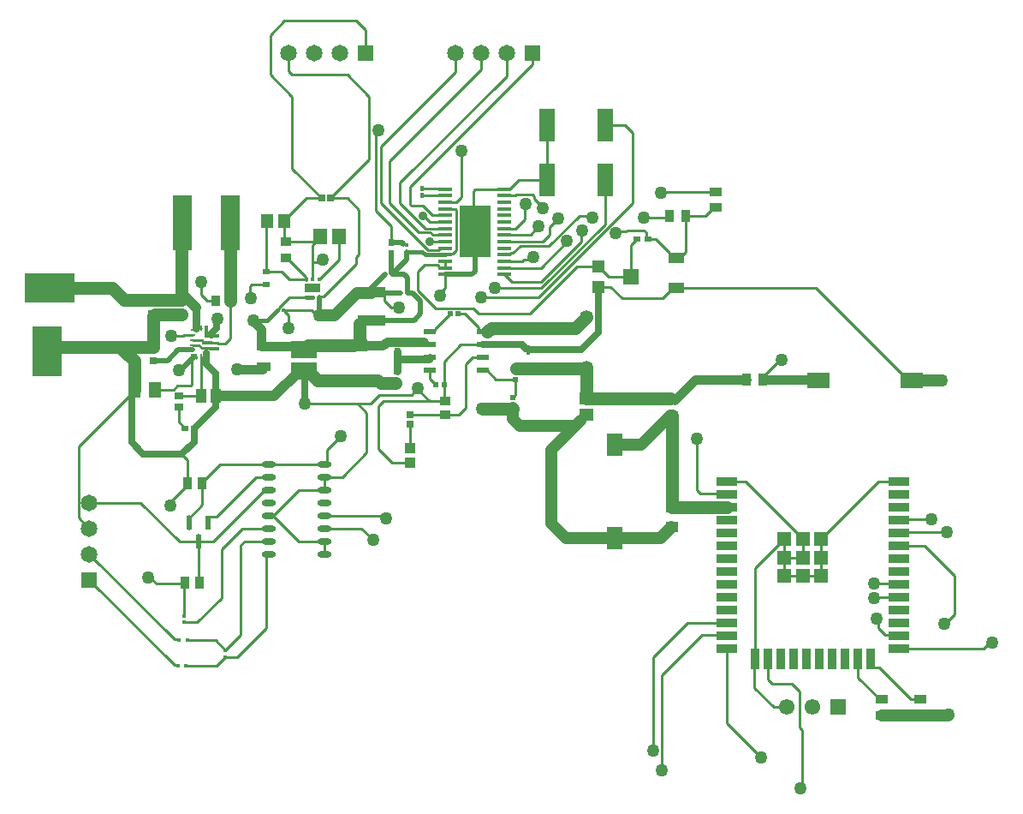
<source format=gbr>
G04*
G04 #@! TF.GenerationSoftware,Altium Limited,Altium Designer,24.9.1 (31)*
G04*
G04 Layer_Physical_Order=1*
G04 Layer_Color=255*
%FSLAX44Y44*%
%MOMM*%
G71*
G04*
G04 #@! TF.SameCoordinates,0288D2A1-9ADD-411E-8E8B-FA1067C2B916*
G04*
G04*
G04 #@! TF.FilePolarity,Positive*
G04*
G01*
G75*
%ADD15C,0.2540*%
%ADD16R,1.3300X1.3300*%
%ADD17R,0.9000X2.0000*%
%ADD18R,2.0000X0.9000*%
%ADD19R,0.4627X0.5564*%
%ADD20R,1.4750X0.4500*%
%ADD21R,3.1000X5.1800*%
G04:AMPARAMS|DCode=22|XSize=0.55mm|YSize=1.25mm|CornerRadius=0.0495mm|HoleSize=0mm|Usage=FLASHONLY|Rotation=90.000|XOffset=0mm|YOffset=0mm|HoleType=Round|Shape=RoundedRectangle|*
%AMROUNDEDRECTD22*
21,1,0.5500,1.1510,0,0,90.0*
21,1,0.4510,1.2500,0,0,90.0*
1,1,0.0990,0.5755,0.2255*
1,1,0.0990,0.5755,-0.2255*
1,1,0.0990,-0.5755,-0.2255*
1,1,0.0990,-0.5755,0.2255*
%
%ADD22ROUNDEDRECTD22*%
%ADD23R,0.6000X0.6000*%
%ADD24R,1.9200X5.5000*%
%ADD25R,0.4000X0.8000*%
%ADD26R,0.4500X0.4500*%
%ADD27R,0.4200X0.4600*%
%ADD28R,1.2621X0.8581*%
%ADD29R,1.6000X1.0000*%
%ADD30R,1.6500X3.2500*%
%ADD31R,0.4600X0.4200*%
%ADD32R,1.2500X1.0000*%
%ADD33R,0.6000X0.7000*%
%ADD34R,0.8581X1.2621*%
%ADD35R,2.1800X1.6000*%
%ADD36R,2.2000X1.6000*%
%ADD37R,0.8000X0.6000*%
%ADD38R,1.2500X1.4000*%
%ADD39R,1.0000X0.9000*%
%ADD40R,1.4549X1.5562*%
%ADD41R,1.6000X0.9600*%
%ADD42R,0.4000X0.4000*%
%ADD43R,0.6800X0.6800*%
%ADD44R,0.9578X1.2621*%
G04:AMPARAMS|DCode=45|XSize=1.4741mm|YSize=0.5849mm|CornerRadius=0.2925mm|HoleSize=0mm|Usage=FLASHONLY|Rotation=270.000|XOffset=0mm|YOffset=0mm|HoleType=Round|Shape=RoundedRectangle|*
%AMROUNDEDRECTD45*
21,1,1.4741,0.0000,0,0,270.0*
21,1,0.8892,0.5849,0,0,270.0*
1,1,0.5849,0.0000,-0.4446*
1,1,0.5849,0.0000,0.4446*
1,1,0.5849,0.0000,0.4446*
1,1,0.5849,0.0000,-0.4446*
%
%ADD45ROUNDEDRECTD45*%
%ADD46R,0.5849X1.4741*%
%ADD47R,0.7000X0.6500*%
%ADD48R,1.2065X1.5082*%
%ADD49R,0.8500X0.7000*%
%ADD50R,0.6600X0.6200*%
%ADD51R,0.2500X0.5750*%
%ADD52R,0.2500X0.5500*%
%ADD53R,0.4000X1.2500*%
%ADD54R,1.0000X0.4000*%
%ADD55R,0.5500X0.2500*%
%ADD56R,0.4500X0.2250*%
%ADD57R,1.0500X0.4000*%
%ADD58R,1.0546X1.3562*%
%ADD59R,1.4500X0.9500*%
%ADD60O,1.4000X0.6000*%
%ADD61R,0.6725X0.7154*%
%ADD62R,1.0000X1.0500*%
%ADD63R,1.0200X0.8400*%
%ADD64R,1.6000X2.2000*%
%ADD65R,1.6000X2.1800*%
%ADD66R,1.4000X1.2500*%
%ADD67R,2.6062X1.7029*%
%ADD68R,2.8062X1.1542*%
%ADD69R,0.5725X0.5682*%
%ADD70R,0.5600X0.5200*%
%ADD71R,1.0121X1.2084*%
%ADD72R,1.0500X0.9500*%
%ADD73R,0.8100X0.9900*%
%ADD74R,0.4000X0.3200*%
%ADD75R,1.2000X1.2000*%
%ADD76R,1.5000X1.6000*%
%ADD77R,2.7200X1.0200*%
%ADD78R,0.7000X0.6000*%
%ADD125C,1.5500*%
%ADD126R,1.5500X1.5500*%
%ADD131C,0.5080*%
%ADD132C,0.3810*%
%ADD133C,1.0160*%
%ADD134C,0.6350*%
%ADD135C,1.2700*%
%ADD136C,1.1430*%
%ADD137C,0.5842*%
%ADD138C,0.4826*%
%ADD139C,0.8890*%
%ADD140C,0.7620*%
%ADD141C,0.7874*%
%ADD142C,1.6500*%
%ADD143R,1.6500X1.6500*%
%ADD144R,3.0000X5.0000*%
%ADD145R,5.0000X3.0000*%
%ADD146C,1.3500*%
%ADD147R,1.6500X1.6500*%
%ADD148C,1.2700*%
%ADD149C,0.8890*%
D15*
X881380Y1036042D02*
X881726Y1035696D01*
X881380Y1028978D02*
X881444Y1028914D01*
X869950Y1020028D02*
Y1037590D01*
X849630Y1021080D02*
Y1062990D01*
X859790Y1021080D02*
Y1041400D01*
X799196Y965326D02*
Y988060D01*
X780684Y987553D02*
Y988060D01*
X791210Y1026160D02*
X807720D01*
X791210D02*
X829310Y1064260D01*
X807720Y1026160D02*
X819150Y1014730D01*
X816610Y967740D02*
X819150Y970280D01*
Y1014730D01*
X865310Y980848D02*
X866140Y980018D01*
Y979930D02*
Y980018D01*
X849630Y1021080D02*
X878170Y992540D01*
X859790Y1021080D02*
X884520Y996350D01*
X840740Y1021080D02*
X887025Y974795D01*
X835660Y1013460D02*
X850900Y998220D01*
X869950Y1020028D02*
X871438Y1018540D01*
X882650Y1008380D02*
X883264D01*
X888794Y1002850D01*
X871438Y1018540D02*
X882368D01*
X891559Y1009350D01*
X850900Y971130D02*
X851280Y970750D01*
X862858Y980848D02*
X865310D01*
X850900Y982130D02*
Y998220D01*
X878170Y992540D02*
X889318D01*
X892009Y989850D01*
X887730Y984250D02*
X888630Y983350D01*
X895060Y842010D02*
X895260D01*
X877570Y836930D02*
X888650Y825850D01*
X871220Y831850D02*
X877570Y838200D01*
X889420Y847650D02*
X895060Y842010D01*
X889420Y847650D02*
Y855980D01*
X727130Y672772D02*
X728728Y674370D01*
X729860D01*
X784860D02*
Y687070D01*
X759260D02*
X784860D01*
X821690Y699770D02*
X833120Y688340D01*
X733860Y712470D02*
X759260Y687070D01*
X784860Y699770D02*
X821690D01*
X845820Y709930D02*
X848360Y707390D01*
X843280Y712470D02*
X845820Y709930D01*
X729860Y712470D02*
X733860D01*
X784860D02*
X843280D01*
X733860D02*
X759260Y737870D01*
X725860D02*
X729860D01*
X759260D02*
X784860D01*
Y750570D01*
X802640D01*
X787590Y764868D02*
Y777430D01*
X801370Y791210D01*
X662270Y831250D02*
X662640Y831620D01*
Y869520D01*
X760024Y855634D02*
X764540D01*
X766555D01*
X843630Y825850D02*
X888650D01*
X869950Y779660D02*
Y802935D01*
X826770Y774700D02*
Y814070D01*
X838200Y778510D02*
Y820420D01*
X869950Y812506D02*
X904184D01*
X817880Y822960D02*
X826770Y814070D01*
X838200Y820420D02*
X843630Y825850D01*
X830580Y822960D02*
X839470Y831850D01*
X817880Y822960D02*
X830580D01*
X839470Y831850D02*
X871220D01*
X852050Y764660D02*
X869950D01*
X802640Y750570D02*
X826770Y774700D01*
X838200Y778510D02*
X852050Y764660D01*
X855980Y854880D02*
X856615Y855515D01*
X854880Y843280D02*
X855980Y844380D01*
X664210Y744220D02*
Y745742D01*
X681738Y763270D01*
X729860D02*
X784860D01*
X681738D02*
X729860D01*
X784860D02*
X785992D01*
X787590Y764868D01*
X765810Y822960D02*
X817880D01*
X664210Y723068D02*
Y744220D01*
X904240Y970350D02*
X905220Y971330D01*
X898135Y958330D02*
X899115Y957350D01*
X904240D02*
Y963850D01*
X896647Y960120D02*
X898135Y958632D01*
Y958330D02*
Y958632D01*
X899115Y957350D02*
X904240D01*
Y937469D02*
Y950850D01*
X899160Y932389D02*
X904240Y937469D01*
X904184Y812506D02*
X904240Y812450D01*
X917860D01*
X924560Y819150D01*
X941070Y817880D02*
X941620Y818430D01*
X971000D02*
X971550Y818980D01*
X1038210Y806440D02*
Y807190D01*
X888650Y825850D02*
X904240D01*
X903060Y827030D02*
X904240Y825850D01*
X903060Y827030D02*
Y842010D01*
X924560Y819150D02*
Y862112D01*
X931128Y868680D02*
X941920D01*
X954480Y846920D02*
X974090D01*
X945420Y855980D02*
X954480Y846920D01*
X903060Y842010D02*
Y864960D01*
X941920Y855980D02*
X945420D01*
X924560Y862112D02*
X931128Y868680D01*
X974090Y857420D02*
X974840Y858170D01*
X1043190D02*
X1043940Y858920D01*
X904176Y1028914D02*
X904240Y1028850D01*
X891559Y1009350D02*
X904240D01*
X888794Y1002850D02*
X904240D01*
X892009Y989850D02*
X904240D01*
Y1015850D02*
X914092D01*
X915580Y1014362D01*
X915670Y1022350D02*
X920750Y1027430D01*
X888630Y983350D02*
X904240D01*
Y1022350D02*
X915670D01*
X894400Y897230D02*
X909030Y911860D01*
X923640D02*
X936940Y898560D01*
X909030Y911860D02*
X909230D01*
X917030D02*
X923640D01*
X920942Y916940D02*
X932180D01*
X937260Y911860D01*
X905378Y917000D02*
X920882D01*
X905318Y916940D02*
X905378Y917000D01*
X920882D02*
X920942Y916940D01*
X895350D02*
X905318D01*
X899160Y929640D02*
Y932389D01*
X1024890Y982980D02*
Y984250D01*
X1007593Y997433D02*
X1016000Y1005840D01*
X1038860Y993140D02*
X1040130Y994410D01*
X1038860Y982980D02*
Y993140D01*
X1007110Y979170D02*
X1036994Y1009054D01*
X1048346D01*
X963000Y970350D02*
X968125D01*
X969835Y972060D01*
X971428D01*
X978538Y979170D01*
X982097Y965796D02*
X989926D01*
X991870Y967740D01*
X980151Y963850D02*
X982097Y965796D01*
X963000Y963850D02*
X980151D01*
X999260Y957350D02*
X1024890Y982980D01*
X999490Y943610D02*
X1038860Y982980D01*
X895468Y974795D02*
X895813Y975140D01*
X899115Y976850D02*
X904240D01*
X897405Y975140D02*
X899115Y976850D01*
X895813Y975140D02*
X897405D01*
X911937Y971330D02*
X915580Y974973D01*
X905220Y971330D02*
X911937D01*
X915580Y974973D02*
Y1014362D01*
X932180Y994540D02*
X933620Y993100D01*
Y961253D02*
X933668Y961205D01*
X963000Y996350D02*
X973959D01*
X978538Y979170D02*
X1007110D01*
X1007593Y989813D02*
Y997433D01*
X973959Y996350D02*
X982980Y1005371D01*
X1001130Y983350D02*
X1007593Y989813D01*
X963000Y983350D02*
X1001130D01*
X988580Y989850D02*
X996950Y998220D01*
X963000Y989850D02*
X988580D01*
X963000Y1028850D02*
X963150Y1028700D01*
X973576D01*
X982980Y1005371D02*
Y1019810D01*
X983551Y1020381D01*
X992684Y1025555D02*
Y1027886D01*
Y1025555D02*
X1000760Y1017479D01*
Y1016000D02*
Y1017479D01*
X963000Y950850D02*
X970240Y943610D01*
X988060Y911860D02*
X1035050Y958850D01*
X970240Y943610D02*
X999490D01*
X963000Y957350D02*
X999260D01*
X953770Y937260D02*
X999490D01*
X936940Y895560D02*
Y898560D01*
X937260Y911860D02*
X988060D01*
X939800Y928370D02*
X996950D01*
X731520Y1148080D02*
Y1187450D01*
Y1148080D02*
X753110Y1126490D01*
X731520Y1187450D02*
X745490Y1201420D01*
X816610D01*
X825500Y1192530D01*
Y1169670D02*
Y1192530D01*
X829310Y1064260D02*
Y1126490D01*
X749300Y1151890D02*
X753110Y1148080D01*
X807720D02*
X829310Y1126490D01*
X753110Y1148080D02*
X807720D01*
X749300Y1151890D02*
Y1169670D01*
X840740Y1021080D02*
Y1076960D01*
X835660Y1013460D02*
Y1097280D01*
X990600Y1158240D02*
Y1169670D01*
X965200Y1146810D02*
Y1169670D01*
X939800Y1153160D02*
Y1169670D01*
X914400Y1150620D02*
Y1169670D01*
X840740Y1076960D02*
X914400Y1150620D01*
X849630Y1062990D02*
X939800Y1153160D01*
X859790Y1041400D02*
X965200Y1146810D01*
X869950Y1037590D02*
X990600Y1158240D01*
X1088390Y948690D02*
Y980090D01*
X1103170Y987250D02*
X1104900Y985520D01*
X1093820D02*
X1094320D01*
X1088390Y980090D02*
X1093820Y985520D01*
X1105320D02*
X1112630D01*
X1101090Y1007110D02*
X1125070D01*
X1101090Y994410D02*
X1103170Y992330D01*
X1104900Y985520D02*
X1105320D01*
X1103170Y987250D02*
Y992330D01*
X1089660Y1021080D02*
Y1090930D01*
X1082040Y1098550D02*
X1089660Y1090930D01*
X1062280Y1098550D02*
X1082040D01*
X932180Y994540D02*
Y1033562D01*
X887025Y974795D02*
X895468D01*
X884520Y996350D02*
X904240D01*
X881726Y1035696D02*
X903894D01*
X881444Y1028914D02*
X904176D01*
X883920Y960120D02*
X896647D01*
X1084580Y994410D02*
X1101090D01*
X1083310Y993140D02*
X1084580Y994410D01*
X1073150Y991870D02*
X1074420Y993140D01*
X1083310D01*
X1062280Y1000050D02*
Y1043940D01*
X1048346Y1009054D02*
X1050290Y1007110D01*
X1129840Y937500D02*
X1132840D01*
X1126110Y971230D02*
Y972040D01*
X1129840Y967500D02*
X1132840D01*
X1112630Y985520D02*
X1126110Y972040D01*
Y971230D02*
X1129840Y967500D01*
X1141880Y973540D02*
Y1008380D01*
X1132840Y967500D02*
X1135840D01*
X1141880Y973540D01*
X1125070Y1007110D02*
X1126340Y1008380D01*
X1117675Y1031240D02*
X1119095Y1032660D01*
X920750Y1027430D02*
Y1073150D01*
X933668Y1035050D02*
X962701D01*
X932180Y1033562D02*
X933668Y1035050D01*
X1055890Y938690D02*
X1067910D01*
X1035050Y958850D02*
X1055730D01*
X1055890Y958690D02*
X1065890Y948690D01*
X1055730Y958850D02*
X1055890Y958690D01*
X1065890Y948690D02*
X1088390D01*
X999490Y937260D02*
X1062280Y1000050D01*
X962701Y1035050D02*
X963000Y1035350D01*
X1005280Y1043940D02*
Y1098550D01*
X968125Y1035350D02*
X976716Y1043940D01*
X1005280D01*
X963000Y1035350D02*
X968125D01*
X973576Y1028700D02*
X974719Y1029842D01*
X990728D01*
X992684Y1027886D01*
X657640Y868055D02*
Y869640D01*
X655538D02*
X657640D01*
X510540Y875030D02*
X514750Y879240D01*
X660798Y881270D02*
X664068Y878000D01*
X654640Y881270D02*
X660798D01*
X654640Y886270D02*
X663390D01*
X633730Y890270D02*
X645301D01*
X646302Y891270D01*
X654640D01*
X657640Y897900D02*
Y897940D01*
X723740Y857250D02*
X726440Y859950D01*
X678920Y883770D02*
X680040Y882650D01*
X687070D01*
X692150Y887730D02*
Y912264D01*
X687070Y882650D02*
X692150Y887730D01*
X657640Y897940D02*
X657660Y897960D01*
X662620D01*
X662640Y897980D01*
Y898020D01*
X615950Y909423D02*
X617487Y910960D01*
X669290Y924560D02*
X677630D01*
X662940Y930910D02*
X669290Y924560D01*
X662940Y930910D02*
Y943610D01*
X643890Y1002000D02*
X643920Y1002030D01*
X738980Y915670D02*
X739380D01*
X738580D02*
X738980D01*
X739380D02*
X739710Y916000D01*
Y918192D01*
X711200Y928370D02*
X712470Y927100D01*
X711200Y928370D02*
Y939432D01*
X712688Y940920D01*
X727710D01*
Y953920D02*
X742800D01*
X727710D02*
Y1002660D01*
X728350Y1003300D01*
X766415Y945545D02*
X766930Y946060D01*
X766840Y946150D02*
X766930Y946060D01*
X750570Y946150D02*
X766840D01*
X766200Y946790D02*
X766840Y946150D01*
X766200Y946790D02*
Y948420D01*
X742800Y953920D02*
X750570Y946150D01*
X773430Y946060D02*
Y963180D01*
X747260Y967360D02*
X766200Y948420D01*
X773430Y963180D02*
X781570D01*
X746760Y967360D02*
X747260D01*
X773430Y963180D02*
Y980300D01*
X746760Y983360D02*
X775984D01*
X773430Y980300D02*
X780684Y987553D01*
X744850Y985270D02*
X746760Y983360D01*
X775984D02*
X780684Y988060D01*
X744850Y985270D02*
Y1003300D01*
Y1004050D01*
X766960Y1026160D01*
X782010D01*
X753110Y1055060D02*
X782010Y1026160D01*
X753110Y1055060D02*
Y1126490D01*
X676910Y923840D02*
X677630Y924560D01*
X691430D02*
X692120Y925250D01*
X691430Y912984D02*
Y924560D01*
Y912984D02*
X692150Y912264D01*
X663390Y886270D02*
X665890Y883770D01*
X664068Y878000D02*
X669615D01*
X665890Y883770D02*
X668890D01*
X678920D01*
X669120Y890270D02*
X673830D01*
X675640D01*
X673100Y891000D02*
X673830Y890270D01*
X668390Y891000D02*
X669120Y890270D01*
X668390Y891000D02*
Y894520D01*
X1170190Y1017120D02*
X1172210D01*
X1067910Y938690D02*
X1079500Y927100D01*
X1119440D02*
X1129840Y937500D01*
X1079500Y927100D02*
X1119440D01*
X1132840Y937500D02*
X1270900D01*
X1161450Y1008380D02*
X1170190Y1017120D01*
X1141880Y1008380D02*
X1161450D01*
X1119095Y1032660D02*
X1172210D01*
X996950Y928370D02*
X1089660Y1021080D01*
X1272310Y847090D02*
X1273580Y845820D01*
X1218080Y847090D02*
Y849110D01*
X1235110Y866140D01*
X1218080Y849110D02*
X1219950D01*
X1235110Y866140D02*
X1236980D01*
X971550Y829480D02*
X974090Y832020D01*
Y846920D01*
X1239520Y652909D02*
Y671260D01*
X1257870Y652909D02*
X1276220D01*
X1239520D02*
X1257870D01*
X1276220D02*
Y671260D01*
X1239520D02*
X1257870D01*
Y689610D01*
X1239520Y671260D02*
Y689610D01*
X1276220Y671260D02*
Y689610D01*
X1153160Y737870D02*
Y788670D01*
Y737870D02*
X1156970Y734060D01*
X1182370D01*
X1182870Y733560D01*
X1332870Y746260D02*
X1352870D01*
X1270900Y937500D02*
X1362580Y845820D01*
X1201220Y746260D02*
X1257870Y689610D01*
X1182870Y746260D02*
X1201220D01*
X903894Y1035696D02*
X904240Y1035350D01*
X1127280Y828670D02*
X1129030Y826920D01*
X1131050D01*
X1339850Y594360D02*
X1352370D01*
X1332904Y601306D02*
Y608926D01*
X1330960Y610870D02*
X1332904Y608926D01*
Y601306D02*
X1339850Y594360D01*
X1158240D02*
X1182370D01*
X1143770Y606560D02*
X1182870D01*
X1182370Y594360D02*
X1182870Y593860D01*
X1109980Y572770D02*
X1143770Y606560D01*
X1276220Y689610D02*
X1332870Y746260D01*
X1210720Y660810D02*
X1239520Y689610D01*
X1210720Y571160D02*
Y660810D01*
X1323840Y631960D02*
X1352870D01*
X1323340Y645160D02*
X1328420D01*
X1333330Y562430D02*
X1364750Y531010D01*
X1312320Y552710D02*
Y571160D01*
X1364750Y531010D02*
X1374140D01*
X1312320Y552710D02*
X1334020Y531010D01*
X1336040D01*
X1127780Y701040D02*
X1129030D01*
Y721040D02*
X1129210Y720860D01*
X1038210Y807190D02*
X1043190Y812170D01*
X1127010Y811380D02*
X1129030D01*
X1043190Y812170D02*
X1043940D01*
X1182870Y507500D02*
X1216660Y473710D01*
X1401930Y515470D02*
X1402005Y515545D01*
X1254760Y502920D02*
X1257300Y500380D01*
X1254760Y502920D02*
Y538480D01*
X903060Y864960D02*
X919480Y881380D01*
X941920D01*
X936940Y895560D02*
X938420Y894080D01*
X941920D01*
X945420D01*
X1328250Y562430D02*
X1333330D01*
X1325020Y565660D02*
X1328250Y562430D01*
X1325020Y565660D02*
Y571160D01*
X1352370Y594360D02*
X1352870Y593860D01*
X1408430Y614680D02*
Y652780D01*
X1352370Y645160D02*
X1352870Y644660D01*
X1328420Y645160D02*
X1352370D01*
X1378450Y682760D02*
X1408430Y652780D01*
X1352870Y682760D02*
X1378450D01*
X1352870Y695460D02*
X1353370Y695960D01*
X1400810D01*
X1352870Y708160D02*
X1353370Y708660D01*
X1385570D01*
X1362580Y845820D02*
X1365480D01*
X1442511Y586740D02*
X1445260D01*
X1352870Y581160D02*
X1436930D01*
X1395730Y601980D02*
X1408430Y614680D01*
X1182870Y507500D02*
Y581160D01*
X1436930D02*
X1442511Y586740D01*
X1210310Y542290D02*
Y570750D01*
X1210720Y571160D01*
X1210310Y542290D02*
X1229360Y523240D01*
X1242060D01*
X1247140Y546100D02*
X1254760Y538480D01*
X1228090Y546100D02*
X1247140D01*
X1223420Y550770D02*
X1228090Y546100D01*
X1223420Y550770D02*
Y571160D01*
X1118870Y461010D02*
Y554990D01*
X1109980Y480060D02*
Y572770D01*
X1256030Y443230D02*
X1257300Y444500D01*
Y500380D01*
X1118870Y554990D02*
X1158240Y594360D01*
X877570Y934720D02*
X895350Y916940D01*
X856615Y874953D02*
X857250Y875588D01*
X894400Y895560D02*
Y897230D01*
X889420Y894080D02*
X892920D01*
X894400Y895560D01*
X882668Y884632D02*
X885920Y881380D01*
X889420D01*
X761236Y879950D02*
X764540Y876646D01*
X768744Y880850D01*
X814070D02*
X815019D01*
X819520Y885351D01*
X749300Y897890D02*
Y910750D01*
X765810Y852388D02*
X769056Y855634D01*
X744380Y915670D02*
X744780D01*
X745110Y914940D02*
X749300Y910750D01*
X772251Y915670D02*
X777181Y910740D01*
X745110Y914940D02*
Y915340D01*
X744780Y915670D02*
X745110Y915340D01*
X744780Y915670D02*
X772251D01*
X739710Y918192D02*
X749978Y928460D01*
X766930D01*
X779930D02*
X780209Y928739D01*
X819520Y901650D02*
X823350Y905480D01*
X831850D01*
X828020Y929650D02*
X830550Y932180D01*
X841650D02*
X844180Y929650D01*
X781570Y963180D02*
X783590Y965200D01*
X783959Y928739D02*
X816610Y961390D01*
X779930Y946060D02*
X799196Y965326D01*
X780209Y928739D02*
X783959D01*
X816610Y961390D02*
Y967740D01*
X877570Y934720D02*
Y953770D01*
X844180Y924930D02*
X850900Y918210D01*
X844180Y924930D02*
Y929650D01*
X850900Y918210D02*
X858520D01*
X862330D01*
X877570Y953770D02*
X883920Y960120D01*
X840350Y933480D02*
X841650Y932180D01*
X851280Y951610D02*
X851660Y951230D01*
X851860D01*
X844860D02*
X845060D01*
X831850Y933480D02*
X840350D01*
X640180Y590260D02*
X641160Y589280D01*
X638720Y564860D02*
X639700Y563880D01*
X636560Y564860D02*
X638720D01*
X654050Y842228D02*
Y868152D01*
X641350Y831250D02*
X662270D01*
X639498Y840740D02*
X652562D01*
X654050Y842228D01*
X646430Y607060D02*
X659130D01*
X646430Y613660D02*
Y646082D01*
X645508Y645160D02*
X646430Y646082D01*
X660400Y647352D02*
X661322Y646430D01*
X660400Y647352D02*
Y686608D01*
X641812D02*
X660400D01*
X641350Y804590D02*
Y819750D01*
X617569Y836930D02*
X635688D01*
X639498Y840740D01*
X641350Y855980D02*
X641878D01*
X641350Y804590D02*
X645080Y800860D01*
X541660Y780530D02*
X594360Y833230D01*
X650900Y709758D02*
X664210Y723068D01*
X650900Y705312D02*
Y709758D01*
X634404Y724574D02*
Y727436D01*
X649666Y742698D01*
Y767654D01*
X647700Y563880D02*
X678380D01*
X687070Y572570D01*
Y572770D01*
X698500D01*
X687070Y579370D02*
Y579570D01*
X677360Y589280D02*
X687070Y579570D01*
X698500Y572770D02*
X727130Y601400D01*
X687070Y579570D02*
X702310Y594810D01*
X649160Y589280D02*
X677360D01*
X659130Y607060D02*
X683260Y631190D01*
X727130Y601400D02*
Y672772D01*
X702310Y594810D02*
Y683260D01*
X717487Y750570D02*
X729860D01*
X683260Y631190D02*
Y679450D01*
X702310Y683260D02*
X706120Y687070D01*
X660400Y686608D02*
X674598D01*
X706120Y687070D02*
X729860D01*
X683260Y679450D02*
X703580Y699770D01*
X729860D01*
X669900Y705312D02*
Y709758D01*
X671555Y711413D01*
X678330D01*
X674598Y686608D02*
X725860Y737870D01*
X678330Y711413D02*
X717487Y750570D01*
X645080Y800660D02*
Y800860D01*
X646910Y798830D02*
X647110D01*
X655910D02*
X656110D01*
X645080Y800660D02*
X646910Y798830D01*
X643890Y773430D02*
X649666Y767654D01*
X595456Y835834D02*
X596552Y836930D01*
X594360Y833230D02*
X595456Y834326D01*
Y835834D01*
X612538Y651510D02*
X618888Y645160D01*
X610870Y651510D02*
X612538D01*
X618888Y645160D02*
X645508D01*
X636560Y590260D02*
X640180D01*
X552450Y648970D02*
X636560Y564860D01*
X552450Y674370D02*
X636560Y590260D01*
X541660Y710560D02*
X552450Y699770D01*
X603250Y725170D02*
X641812Y686608D01*
X552450Y725170D02*
X603250D01*
X541660Y710560D02*
Y780530D01*
X632460Y722630D02*
X634404Y724574D01*
D16*
X1276220Y652909D02*
D03*
X1257870D02*
D03*
X1239520D02*
D03*
X1276220Y671260D02*
D03*
X1257870D02*
D03*
X1239520D02*
D03*
X1276220Y689610D02*
D03*
X1257870D02*
D03*
X1239520D02*
D03*
D17*
X1325020Y571160D02*
D03*
X1312320D02*
D03*
X1299620D02*
D03*
X1286920D02*
D03*
X1274220D02*
D03*
X1261520D02*
D03*
X1248820D02*
D03*
X1236120D02*
D03*
X1223420D02*
D03*
X1210720D02*
D03*
D18*
X1352870Y746260D02*
D03*
Y733560D02*
D03*
Y720860D02*
D03*
Y708160D02*
D03*
Y695460D02*
D03*
Y682760D02*
D03*
Y670060D02*
D03*
Y657360D02*
D03*
Y644660D02*
D03*
Y631960D02*
D03*
Y619260D02*
D03*
Y606560D02*
D03*
Y593860D02*
D03*
Y581160D02*
D03*
X1182870D02*
D03*
Y593860D02*
D03*
Y606560D02*
D03*
Y619260D02*
D03*
Y631960D02*
D03*
Y644660D02*
D03*
Y657360D02*
D03*
Y670060D02*
D03*
Y682760D02*
D03*
Y695460D02*
D03*
Y708160D02*
D03*
Y720860D02*
D03*
Y733560D02*
D03*
Y746260D02*
D03*
D19*
X881380Y1036042D02*
D03*
Y1028978D02*
D03*
D20*
X904240Y1035350D02*
D03*
Y1028850D02*
D03*
Y1022350D02*
D03*
Y1015850D02*
D03*
Y1009350D02*
D03*
Y1002850D02*
D03*
Y996350D02*
D03*
Y989850D02*
D03*
Y983350D02*
D03*
Y976850D02*
D03*
Y970350D02*
D03*
Y963850D02*
D03*
Y957350D02*
D03*
Y950850D02*
D03*
X963000D02*
D03*
Y957350D02*
D03*
Y963850D02*
D03*
Y970350D02*
D03*
Y976850D02*
D03*
Y983350D02*
D03*
Y989850D02*
D03*
Y996350D02*
D03*
Y1002850D02*
D03*
Y1009350D02*
D03*
Y1015850D02*
D03*
Y1022350D02*
D03*
Y1028850D02*
D03*
Y1035350D02*
D03*
D21*
X933620Y993100D02*
D03*
D22*
X889420Y894080D02*
D03*
Y881380D02*
D03*
Y868680D02*
D03*
Y855980D02*
D03*
X941920Y894080D02*
D03*
Y881380D02*
D03*
Y868680D02*
D03*
Y855980D02*
D03*
D23*
X974090Y857420D02*
D03*
Y846920D02*
D03*
X971550Y818980D02*
D03*
Y829480D02*
D03*
X855980Y854880D02*
D03*
Y844380D02*
D03*
D24*
X643920Y1002030D02*
D03*
X692120D02*
D03*
D25*
X986790Y874710D02*
D03*
Y898210D02*
D03*
D26*
X647700Y563880D02*
D03*
X639700D02*
D03*
X649160Y589280D02*
D03*
X641160D02*
D03*
D27*
X687070Y579370D02*
D03*
Y572770D02*
D03*
X866140Y973330D02*
D03*
Y979930D02*
D03*
X646430Y613660D02*
D03*
Y607060D02*
D03*
D28*
X1172210Y1032660D02*
D03*
Y1017120D02*
D03*
X1336040Y531010D02*
D03*
Y515470D02*
D03*
X1374140Y531010D02*
D03*
Y515470D02*
D03*
X1129030Y826920D02*
D03*
Y811380D02*
D03*
D29*
X1132840Y967500D02*
D03*
Y937500D02*
D03*
D30*
X1062280Y1098550D02*
D03*
X1005280D02*
D03*
X1062280Y1043940D02*
D03*
X1005280D02*
D03*
D31*
X851660Y951230D02*
D03*
X845060D02*
D03*
X860300Y932180D02*
D03*
X866900D02*
D03*
D32*
X1129030Y721040D02*
D03*
Y701040D02*
D03*
D33*
X850900Y982130D02*
D03*
Y971130D02*
D03*
D34*
X1218080Y847090D02*
D03*
X1202540D02*
D03*
X1126340Y1008380D02*
D03*
X1141880D02*
D03*
D35*
X1365480Y845820D02*
D03*
D36*
X1273580D02*
D03*
D37*
X727710Y940920D02*
D03*
Y953920D02*
D03*
D38*
X744850Y1003300D02*
D03*
X728350D02*
D03*
D39*
X746760Y967360D02*
D03*
Y983360D02*
D03*
D40*
X799196Y988060D02*
D03*
X780684D02*
D03*
D41*
X773430Y937260D02*
D03*
D42*
X766930Y928460D02*
D03*
X773430D02*
D03*
X779930D02*
D03*
X766930Y946060D02*
D03*
X773430D02*
D03*
X779930D02*
D03*
D43*
X782010Y1026160D02*
D03*
X791210D02*
D03*
D44*
X661322Y646430D02*
D03*
X646778D02*
D03*
X664210Y744220D02*
D03*
X649666D02*
D03*
D45*
X660400Y686608D02*
D03*
X650900Y705312D02*
D03*
D46*
X669900D02*
D03*
D47*
X615950Y865740D02*
D03*
Y879240D02*
D03*
D48*
X617569Y836930D02*
D03*
X596552D02*
D03*
D49*
X641350Y819750D02*
D03*
Y831250D02*
D03*
D50*
X655910Y798830D02*
D03*
X647110D02*
D03*
D51*
X657640Y869640D02*
D03*
Y897900D02*
D03*
D52*
X662640Y869520D02*
D03*
Y898020D02*
D03*
D53*
X668390Y873020D02*
D03*
Y894520D02*
D03*
D54*
X668890Y883770D02*
D03*
D55*
X654640Y891270D02*
D03*
Y886270D02*
D03*
Y881270D02*
D03*
Y876270D02*
D03*
D56*
X654140Y871400D02*
D03*
Y896140D02*
D03*
D57*
X675640Y877270D02*
D03*
Y890270D02*
D03*
D58*
X662940Y830580D02*
D03*
X677456D02*
D03*
D59*
X725170Y859950D02*
D03*
Y879950D02*
D03*
D60*
X729860Y763270D02*
D03*
Y750570D02*
D03*
Y737870D02*
D03*
Y725170D02*
D03*
Y712470D02*
D03*
Y699770D02*
D03*
Y687070D02*
D03*
Y674370D02*
D03*
X784860Y763270D02*
D03*
Y750570D02*
D03*
Y737870D02*
D03*
Y725170D02*
D03*
Y712470D02*
D03*
Y699770D02*
D03*
Y687070D02*
D03*
Y674370D02*
D03*
D61*
X869950Y812506D02*
D03*
Y802935D02*
D03*
D62*
Y779660D02*
D03*
Y764660D02*
D03*
D63*
X904240Y825850D02*
D03*
Y812450D02*
D03*
D64*
X1071880Y782550D02*
D03*
D65*
Y690650D02*
D03*
D66*
X1043940Y812170D02*
D03*
Y828670D02*
D03*
D67*
X764540Y876646D02*
D03*
Y855634D02*
D03*
D68*
X814070Y846350D02*
D03*
Y880850D02*
D03*
D69*
X857250Y875588D02*
D03*
Y884632D02*
D03*
D70*
X895260Y842010D02*
D03*
X903060D02*
D03*
X909230Y911860D02*
D03*
X917030D02*
D03*
D71*
X615950Y925460D02*
D03*
Y909423D02*
D03*
D72*
X643890Y925460D02*
D03*
Y910960D02*
D03*
D73*
X691430Y924560D02*
D03*
X677630D02*
D03*
D74*
X738980Y915670D02*
D03*
X744380D02*
D03*
D75*
X1055890Y958690D02*
D03*
Y938690D02*
D03*
D76*
X1088390Y948690D02*
D03*
D77*
X831850Y933480D02*
D03*
Y905480D02*
D03*
D78*
X1105320Y985520D02*
D03*
X1094320D02*
D03*
D125*
X1242060Y523240D02*
D03*
X1267460D02*
D03*
D126*
X1292860D02*
D03*
D131*
X861575Y982130D02*
X862858Y980848D01*
X850900Y982130D02*
X861575D01*
X904240Y950850D02*
X930530D01*
X933620Y961253D02*
Y993100D01*
X933668Y953988D02*
Y961205D01*
X930530Y950850D02*
X933668Y953988D01*
X831850Y905480D02*
X873730D01*
X779930Y910740D02*
Y928460D01*
X851860Y951230D02*
X863600D01*
X866900Y947930D01*
Y932180D02*
Y947930D01*
X872490Y932180D02*
X880110Y924560D01*
X866900Y932180D02*
X872490D01*
X873730Y905480D02*
X880110Y911860D01*
Y924560D01*
X866140Y965510D02*
Y973330D01*
X851860Y951230D02*
X866140Y965510D01*
X851280Y951610D02*
Y970750D01*
X841650Y932180D02*
X860300D01*
X829480Y935850D02*
X844860Y951230D01*
D132*
X866140Y973330D02*
X881553D01*
X884532Y970350D02*
X904240D01*
X715010Y905510D02*
X728420D01*
X738580Y915670D01*
X766930Y928460D02*
X773430D01*
X881553Y973330D02*
X884532Y970350D01*
D133*
X677456Y830580D02*
X734970D01*
X760024Y855634D01*
X643890Y932180D02*
X657640Y918430D01*
D134*
X765810Y822960D02*
Y852388D01*
X677456Y830580D02*
Y852894D01*
X656110Y798830D02*
X677456Y820176D01*
Y830580D01*
X980120Y881380D02*
X984060Y877440D01*
X987520Y876300D02*
X1038860D01*
X984060Y877440D02*
X986060D01*
X941920Y881380D02*
X980120D01*
X668390Y861960D02*
X677456Y852894D01*
X668390Y861960D02*
Y873020D01*
X673100Y891000D02*
Y892630D01*
X678235Y897765D01*
Y905565D02*
X679450Y906780D01*
X678235Y897765D02*
Y905565D01*
X1038860Y876300D02*
X1055890Y893330D01*
Y938690D01*
X643890Y773430D02*
X655910Y785450D01*
Y798830D01*
X594360Y784860D02*
Y833230D01*
Y784860D02*
X605790Y773430D01*
X643890D01*
D135*
X778341Y846350D02*
X814070D01*
X769056Y855634D02*
X778341Y846350D01*
X840740Y843280D02*
X854880D01*
X837670Y846350D02*
X840740Y843280D01*
X814070Y846350D02*
X837670D01*
X941620Y818430D02*
X971000D01*
X974840Y858170D02*
X1043190D01*
X986790Y898210D02*
X1033230D01*
X1043940Y908920D01*
X949550Y898210D02*
X986790D01*
X582930Y879240D02*
X596552Y865618D01*
X582930Y879240D02*
X615950D01*
X514750D02*
X582930D01*
X615950D02*
Y909423D01*
X617487Y910960D02*
X643890D01*
X586740Y925830D02*
X615580D01*
X615950D02*
X643890D01*
Y932180D01*
X575310Y937260D02*
X586740Y925830D01*
X643890Y932180D02*
Y1002000D01*
X692120Y925250D02*
Y1002030D01*
X514350Y937260D02*
X575310D01*
X1043940Y828670D02*
Y858920D01*
X945420Y894080D02*
X949550Y898210D01*
X1043940Y828670D02*
X1127280D01*
X1129210Y720860D02*
X1182870D01*
X1129030Y721040D02*
Y811380D01*
X768744Y880850D02*
X814070D01*
X819520Y885351D02*
Y901650D01*
X596552Y836930D02*
Y865618D01*
D136*
X971550Y807720D02*
Y818980D01*
Y807720D02*
X977900Y801370D01*
X1032390D01*
X1009650Y704850D02*
Y777880D01*
Y704850D02*
X1023850Y690650D01*
X1009650Y777880D02*
X1038210Y806440D01*
X1336040Y515470D02*
X1374140D01*
X1023850Y690650D02*
X1071880D01*
X1117390D01*
X1127780Y701040D01*
X1071880Y782550D02*
X1098180D01*
X1127010Y811380D01*
X1365480Y845820D02*
X1395730D01*
X1374140Y515470D02*
X1401930D01*
X780080Y910590D02*
X795020D01*
X817295Y932865D02*
X831235D01*
X831850Y933480D01*
X795020Y910590D02*
X817295Y932865D01*
D137*
X641878Y855980D02*
X654050Y868152D01*
X655538Y869640D01*
D138*
X615950Y865740D02*
X629520D01*
X640050Y876270D01*
X654640D01*
D139*
X698500Y857250D02*
X723740D01*
X722670Y879950D02*
X725170D01*
X761236D01*
X722365Y880255D02*
X722670Y879950D01*
X722365Y880255D02*
Y897124D01*
X715010Y904479D02*
X722365Y897124D01*
X715010Y904479D02*
Y905510D01*
X1151220Y847090D02*
X1202540D01*
X1218080D02*
X1272310D01*
X1131050Y826920D02*
X1151220Y847090D01*
X815019Y880850D02*
X842750D01*
X857250Y884632D02*
X882668D01*
X842750Y880850D02*
X846532Y884632D01*
X857250D01*
D140*
X657640Y897940D02*
Y918430D01*
D141*
X856615Y855515D02*
Y865234D01*
X858921Y867540D01*
X888280D01*
X889420Y868680D01*
X856615Y865234D02*
Y874953D01*
D142*
X749300Y1169670D02*
D03*
X774700D02*
D03*
X800100D02*
D03*
X914400D02*
D03*
X939800D02*
D03*
X965200D02*
D03*
X552450Y725170D02*
D03*
Y699770D02*
D03*
Y674370D02*
D03*
D143*
X825500Y1169670D02*
D03*
X990600D02*
D03*
D144*
X510540Y875030D02*
D03*
D145*
X513080Y937260D02*
D03*
D146*
X1043940Y858920D02*
D03*
Y908920D02*
D03*
D147*
X552450Y648970D02*
D03*
D148*
X953770Y937260D02*
D03*
X983551Y1020381D02*
D03*
X1000760Y1016000D02*
D03*
X1016000Y1005840D02*
D03*
X996950Y998220D02*
D03*
X991870Y967740D02*
D03*
X662940Y943610D02*
D03*
X633730Y890270D02*
D03*
X641350Y855980D02*
D03*
X765810Y822960D02*
D03*
X698500Y857250D02*
D03*
X712470Y927100D02*
D03*
X715010Y905510D02*
D03*
X749300Y897890D02*
D03*
X679450Y906780D02*
D03*
X1328420Y645160D02*
D03*
X1385570Y708660D02*
D03*
X1330960Y610870D02*
D03*
X1400810Y695960D02*
D03*
X1328420Y631190D02*
D03*
X1398270Y605790D02*
D03*
X877570Y838200D02*
D03*
X920750Y1073150D02*
D03*
X939800Y928370D02*
D03*
X1101090Y1007110D02*
D03*
X1236980Y866140D02*
D03*
X1445260Y586740D02*
D03*
X1050290Y1007110D02*
D03*
X779930Y910740D02*
D03*
X838200Y1093470D02*
D03*
X783590Y965200D02*
D03*
X858520Y918210D02*
D03*
X899160Y929640D02*
D03*
X801370Y791210D02*
D03*
X833120Y688340D02*
D03*
X845820Y709930D02*
D03*
X941070Y817880D02*
D03*
X1216660Y473710D02*
D03*
X1117675Y1031240D02*
D03*
X1109980Y480060D02*
D03*
X1073150Y991870D02*
D03*
X1153160Y788670D02*
D03*
X1402005Y515545D02*
D03*
X632460Y722630D02*
D03*
X1395730Y845820D02*
D03*
X610870Y651510D02*
D03*
X1256030Y443230D02*
D03*
X1118870Y461010D02*
D03*
X1024890Y984250D02*
D03*
X1040130Y994410D02*
D03*
D149*
X888630Y983350D02*
D03*
X882650Y1008380D02*
D03*
M02*

</source>
